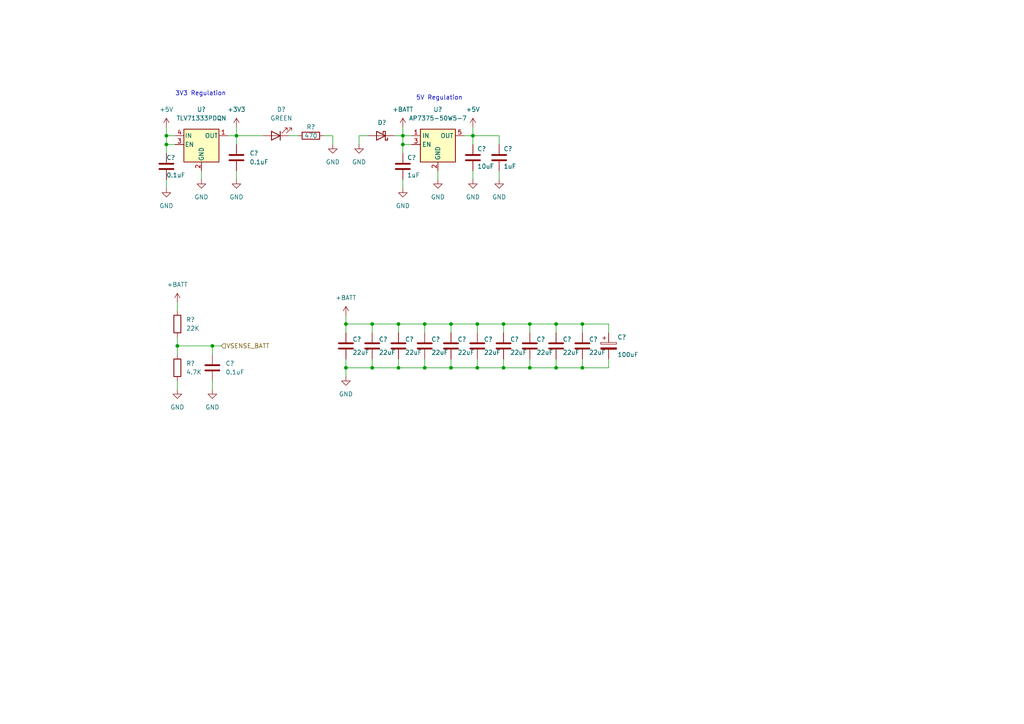
<source format=kicad_sch>
(kicad_sch (version 20211123) (generator eeschema)
  (paper "A4")
  (lib_symbols
    (symbol "AP7375:AP7375-50W5-7"
      (property "Reference" "U" (at 0 8.89 0))
      (property "Value" "AP7375-50W5-7" (at 0 6.35 0))
      (symbol "AP7375-50W5-7_0_1"
        (rectangle (start -5.08 4.445) (end 5.08 -5.08) (stroke (width 0.254)) (fill (type background)))
      )
      (symbol "AP7375-50W5-7_1_1"
        (pin power_in line (at -7.62 2.54 0) (length 2.54) (name "IN") (number "1"))
        (pin power_in line (at 0 -7.62 90) (length 2.54) (name "GND") (number "2"))
        (pin input line (at -7.62 0 0) (length 2.54) (name "EN") (number "3"))
        (pin power_out line (at 7.62 2.54 180) (length 2.54) (name "OUT") (number "5"))
      )
    )
    (symbol "Device:C" (pin_numbers hide) (pin_names (offset 0.254))
      (property "Reference" "C" (at 0.635 2.54 0))
      (property "Value" "C" (at 0.635 -2.54 0))
      (symbol "C_0_1"
        (polyline (pts (xy -2.032 -0.762) (xy 2.032 -0.762)) (stroke (width 0.508)))
        (polyline (pts (xy -2.032 0.762) (xy 2.032 0.762)) (stroke (width 0.508)))
      )
      (symbol "C_1_1"
        (pin passive line (at 0 3.81 270) (length 2.794) (name "~") (number "1"))
        (pin passive line (at 0 -3.81 90) (length 2.794) (name "~") (number "2"))
      )
    )
    (symbol "Device:C_Polarized" (pin_numbers hide) (pin_names (offset 0.254))
      (property "Reference" "C" (at 0.635 2.54 0))
      (property "Value" "C_Polarized" (at 0.635 -2.54 0))
      (symbol "C_Polarized_0_1"
        (rectangle (start -2.286 0.508) (end 2.286 1.016))
        (polyline (pts (xy -1.778 2.286) (xy -0.762 2.286)))
        (polyline (pts (xy -1.27 2.794) (xy -1.27 1.778)))
        (rectangle (start 2.286 -0.508) (end -2.286 -1.016) (fill (type outline)))
      )
      (symbol "C_Polarized_1_1"
        (pin passive line (at 0 3.81 270) (length 2.794) (name "~") (number "1"))
        (pin passive line (at 0 -3.81 90) (length 2.794) (name "~") (number "2"))
      )
    )
    (symbol "Device:D_Schottky" (pin_numbers hide) (pin_names (offset 1.016) hide)
      (property "Reference" "D" (at 0 2.54 0))
      (property "Value" "D_Schottky" (at 0 -2.54 0))
      (symbol "D_Schottky_0_1"
        (polyline (pts (xy 1.27 0) (xy -1.27 0)))
        (polyline (pts (xy 1.27 1.27) (xy 1.27 -1.27) (xy -1.27 0) (xy 1.27 1.27)) (stroke (width 0.254)))
        (polyline (pts (xy -1.905 0.635) (xy -1.905 1.27) (xy -1.27 1.27) (xy -1.27 -1.27) (xy -0.635 -1.27) (xy -0.635 -0.635)) (stroke (width 0.254)))
      )
      (symbol "D_Schottky_1_1"
        (pin passive line (at -3.81 0 0) (length 2.54) (name "K") (number "1"))
        (pin passive line (at 3.81 0 180) (length 2.54) (name "A") (number "2"))
      )
    )
    (symbol "Device:LED" (pin_numbers hide) (pin_names (offset 1.016) hide)
      (property "Reference" "D" (at 0 2.54 0))
      (property "Value" "LED" (at 0 -2.54 0))
      (symbol "LED_0_1"
        (polyline (pts (xy -1.27 -1.27) (xy -1.27 1.27)) (stroke (width 0.254)))
        (polyline (pts (xy -1.27 0) (xy 1.27 0)))
        (polyline (pts (xy 1.27 -1.27) (xy 1.27 1.27) (xy -1.27 0) (xy 1.27 -1.27)) (stroke (width 0.254)))
        (polyline (pts (xy -3.048 -0.762) (xy -4.572 -2.286) (xy -3.81 -2.286) (xy -4.572 -2.286) (xy -4.572 -1.524)))
        (polyline (pts (xy -1.778 -0.762) (xy -3.302 -2.286) (xy -2.54 -2.286) (xy -3.302 -2.286) (xy -3.302 -1.524)))
      )
      (symbol "LED_1_1"
        (pin passive line (at -3.81 0 0) (length 2.54) (name "K") (number "1"))
        (pin passive line (at 3.81 0 180) (length 2.54) (name "A") (number "2"))
      )
    )
    (symbol "Device:R" (pin_numbers hide) (pin_names (offset 0))
      (property "Reference" "R" (at 2.032 0 90))
      (property "Value" "R" (at 0 0 90))
      (symbol "R_0_1"
        (rectangle (start -1.016 -2.54) (end 1.016 2.54) (stroke (width 0.254)))
      )
      (symbol "R_1_1"
        (pin passive line (at 0 3.81 270) (length 1.27) (name "~") (number "1"))
        (pin passive line (at 0 -3.81 90) (length 1.27) (name "~") (number "2"))
      )
    )
    (symbol "TLV71333PDQ:TLV71333PDQN" (pin_names (offset 0.254))
      (property "Reference" "U" (at -3.81 5.715 0))
      (property "Value" "TLV71333PDQN" (at 0 5.715 0))
      (symbol "TLV71333PDQN_0_1"
        (rectangle (start -5.08 4.445) (end 5.08 -5.08) (stroke (width 0.254)) (fill (type background)))
      )
      (symbol "TLV71333PDQN_1_1"
        (pin power_out line (at 7.62 2.54 180) (length 2.54) (name "OUT") (number "1"))
        (pin power_in line (at 0 -7.62 90) (length 2.54) (name "GND") (number "2"))
        (pin input line (at -7.62 0 0) (length 2.54) (name "EN") (number "3"))
        (pin power_in line (at -7.62 2.54 0) (length 2.54) (name "IN") (number "4"))
        (pin power_in line (at 0 -7.62 90) (length 2.54) hide (name "GND") (number "5"))
      )
    )
    (symbol "power:+3V3" (power) (pin_names (offset 0))
      (property "Value" "+3V3" (at 0 3.556 0))
      (symbol "+3V3_0_1"
        (polyline (pts (xy -0.762 1.27) (xy 0 2.54)))
        (polyline (pts (xy 0 0) (xy 0 2.54)))
        (polyline (pts (xy 0 2.54) (xy 0.762 1.27)))
      )
      (symbol "+3V3_1_1"
        (pin power_in line (at 0 0 90) (length 0) hide (name "+3V3") (number "1"))
      )
    )
    (symbol "power:+5V" (power) (pin_names (offset 0))
      (property "Value" "+5V" (at 0 3.556 0))
      (symbol "+5V_0_1"
        (polyline (pts (xy -0.762 1.27) (xy 0 2.54)))
        (polyline (pts (xy 0 0) (xy 0 2.54)))
        (polyline (pts (xy 0 2.54) (xy 0.762 1.27)))
      )
      (symbol "+5V_1_1"
        (pin power_in line (at 0 0 90) (length 0) hide (name "+5V") (number "1"))
      )
    )
    (symbol "power:+BATT" (power) (pin_names (offset 0))
      (property "Value" "+BATT" (at 0 3.556 0))
      (symbol "+BATT_0_1"
        (polyline (pts (xy -0.762 1.27) (xy 0 2.54)))
        (polyline (pts (xy 0 0) (xy 0 2.54)))
        (polyline (pts (xy 0 2.54) (xy 0.762 1.27)))
      )
      (symbol "+BATT_1_1"
        (pin power_in line (at 0 0 90) (length 0) hide (name "+BATT") (number "1"))
      )
    )
    (symbol "power:GND" (power) (pin_names (offset 0))
      (property "Value" "GND" (at 0 -3.81 0))
      (symbol "GND_0_1"
        (polyline (pts (xy 0 0) (xy 0 -1.27) (xy 1.27 -1.27) (xy 0 -2.54) (xy -1.27 -1.27) (xy 0 -1.27)))
      )
      (symbol "GND_1_1"
        (pin power_in line (at 0 0 270) (length 0) hide (name "GND") (number "1"))
      )
    )
  )
  (junction (at 138.43 106.68))
  (junction (at 68.58 39.37))
  (junction (at 107.95 93.98))
  (junction (at 161.29 106.68))
  (junction (at 123.19 106.68))
  (junction (at 146.05 106.68))
  (junction (at 123.19 93.98))
  (junction (at 116.84 41.91))
  (junction (at 115.57 106.68))
  (junction (at 168.91 106.68))
  (junction (at 116.84 39.37))
  (junction (at 137.16 39.37))
  (junction (at 130.81 106.68))
  (junction (at 168.91 93.98))
  (junction (at 153.67 93.98))
  (junction (at 48.26 39.37))
  (junction (at 130.81 93.98))
  (junction (at 100.33 93.98))
  (junction (at 48.26 41.91))
  (junction (at 161.29 93.98))
  (junction (at 61.595 100.33))
  (junction (at 107.95 106.68))
  (junction (at 138.43 93.98))
  (junction (at 100.33 106.68))
  (junction (at 146.05 93.98))
  (junction (at 153.67 106.68))
  (junction (at 51.435 100.33))
  (junction (at 115.57 93.98))
  (wire (pts (xy 168.91 93.98) (xy 161.29 93.98)))
  (wire (pts (xy 83.82 39.37) (xy 86.36 39.37)))
  (wire (pts (xy 168.91 93.98) (xy 176.53 93.98)))
  (wire (pts (xy 68.58 39.37) (xy 68.58 41.91)))
  (wire (pts (xy 137.16 36.83) (xy 137.16 39.37)))
  (wire (pts (xy 176.53 106.68) (xy 168.91 106.68)))
  (wire (pts (xy 123.19 93.98) (xy 123.19 96.52)))
  (wire (pts (xy 104.14 39.37) (xy 106.68 39.37)))
  (wire (pts (xy 48.26 36.83) (xy 48.26 39.37)))
  (wire (pts (xy 123.19 106.68) (xy 123.19 104.14)))
  (wire (pts (xy 107.95 93.98) (xy 115.57 93.98)))
  (wire (pts (xy 130.81 106.68) (xy 138.43 106.68)))
  (wire (pts (xy 137.16 49.53) (xy 137.16 52.07)))
  (wire (pts (xy 153.67 93.98) (xy 161.29 93.98)))
  (wire (pts (xy 144.78 39.37) (xy 144.78 41.91)))
  (wire (pts (xy 138.43 93.98) (xy 146.05 93.98)))
  (wire (pts (xy 48.26 41.91) (xy 50.8 41.91)))
  (wire (pts (xy 68.58 36.83) (xy 68.58 39.37)))
  (wire (pts (xy 144.78 49.53) (xy 144.78 52.07)))
  (wire (pts (xy 100.33 106.68) (xy 100.33 109.22)))
  (wire (pts (xy 130.81 93.98) (xy 138.43 93.98)))
  (wire (pts (xy 123.19 93.98) (xy 130.81 93.98)))
  (wire (pts (xy 146.05 106.68) (xy 153.67 106.68)))
  (wire (pts (xy 161.29 106.68) (xy 161.29 104.14)))
  (wire (pts (xy 176.53 104.14) (xy 176.53 106.68)))
  (wire (pts (xy 168.91 104.14) (xy 168.91 106.68)))
  (wire (pts (xy 68.58 49.53) (xy 68.58 52.07)))
  (wire (pts (xy 107.95 106.68) (xy 115.57 106.68)))
  (wire (pts (xy 96.52 39.37) (xy 93.98 39.37)))
  (wire (pts (xy 138.43 106.68) (xy 146.05 106.68)))
  (wire (pts (xy 153.67 106.68) (xy 153.67 104.14)))
  (wire (pts (xy 153.67 106.68) (xy 161.29 106.68)))
  (wire (pts (xy 100.33 93.98) (xy 107.95 93.98)))
  (wire (pts (xy 100.33 91.44) (xy 100.33 93.98)))
  (wire (pts (xy 61.595 100.33) (xy 64.135 100.33)))
  (wire (pts (xy 161.29 93.98) (xy 161.29 96.52)))
  (wire (pts (xy 51.435 87.63) (xy 51.435 90.17)))
  (wire (pts (xy 100.33 106.68) (xy 107.95 106.68)))
  (wire (pts (xy 51.435 110.49) (xy 51.435 113.03)))
  (wire (pts (xy 61.595 100.33) (xy 51.435 100.33)))
  (wire (pts (xy 61.595 102.87) (xy 61.595 100.33)))
  (wire (pts (xy 127 49.53) (xy 127 52.07)))
  (wire (pts (xy 114.3 39.37) (xy 116.84 39.37)))
  (wire (pts (xy 51.435 100.33) (xy 51.435 102.87)))
  (wire (pts (xy 137.16 39.37) (xy 144.78 39.37)))
  (wire (pts (xy 107.95 106.68) (xy 107.95 104.14)))
  (wire (pts (xy 100.33 93.98) (xy 100.33 96.52)))
  (wire (pts (xy 51.435 97.79) (xy 51.435 100.33)))
  (wire (pts (xy 116.84 52.07) (xy 116.84 54.61)))
  (wire (pts (xy 116.84 39.37) (xy 119.38 39.37)))
  (wire (pts (xy 168.91 96.52) (xy 168.91 93.98)))
  (wire (pts (xy 100.33 104.14) (xy 100.33 106.68)))
  (wire (pts (xy 138.43 93.98) (xy 138.43 96.52)))
  (wire (pts (xy 138.43 106.68) (xy 138.43 104.14)))
  (wire (pts (xy 146.05 93.98) (xy 153.67 93.98)))
  (wire (pts (xy 153.67 93.98) (xy 153.67 96.52)))
  (wire (pts (xy 176.53 93.98) (xy 176.53 96.52)))
  (wire (pts (xy 61.595 110.49) (xy 61.595 113.03)))
  (wire (pts (xy 115.57 93.98) (xy 123.19 93.98)))
  (wire (pts (xy 48.26 52.07) (xy 48.26 54.61)))
  (wire (pts (xy 96.52 41.91) (xy 96.52 39.37)))
  (wire (pts (xy 146.05 93.98) (xy 146.05 96.52)))
  (wire (pts (xy 116.84 36.83) (xy 116.84 39.37)))
  (wire (pts (xy 116.84 41.91) (xy 116.84 44.45)))
  (wire (pts (xy 48.26 39.37) (xy 48.26 41.91)))
  (wire (pts (xy 48.26 39.37) (xy 50.8 39.37)))
  (wire (pts (xy 137.16 39.37) (xy 137.16 41.91)))
  (wire (pts (xy 130.81 106.68) (xy 130.81 104.14)))
  (wire (pts (xy 116.84 39.37) (xy 116.84 41.91)))
  (wire (pts (xy 58.42 49.53) (xy 58.42 52.07)))
  (wire (pts (xy 123.19 106.68) (xy 130.81 106.68)))
  (wire (pts (xy 107.95 93.98) (xy 107.95 96.52)))
  (wire (pts (xy 146.05 106.68) (xy 146.05 104.14)))
  (wire (pts (xy 115.57 93.98) (xy 115.57 96.52)))
  (wire (pts (xy 66.04 39.37) (xy 68.58 39.37)))
  (wire (pts (xy 115.57 106.68) (xy 123.19 106.68)))
  (wire (pts (xy 104.14 41.91) (xy 104.14 39.37)))
  (wire (pts (xy 115.57 106.68) (xy 115.57 104.14)))
  (wire (pts (xy 48.26 44.45) (xy 48.26 41.91)))
  (wire (pts (xy 68.58 39.37) (xy 76.2 39.37)))
  (wire (pts (xy 134.62 39.37) (xy 137.16 39.37)))
  (wire (pts (xy 161.29 106.68) (xy 168.91 106.68)))
  (wire (pts (xy 116.84 41.91) (xy 119.38 41.91)))
  (wire (pts (xy 130.81 93.98) (xy 130.81 96.52)))
  (text "3V3 Regulation" (at 50.8 27.94 0) (effects (font (size 1.27 1.27)) (justify left bottom)))
  (text "5V Regulation" (at 120.65 29.21 0) (effects (font (size 1.27 1.27)) (justify left bottom)))
  (hierarchical_label "VSENSE_BATT" (shape input) (at 64.135 100.33 0))
  (symbol (lib_id "Device:C") (at 61.595 106.68 0) (unit 1)
    (property "Reference" "C?" (at 65.405 105.4099 0) (effects (justify left)))
    (property "Value" "0.1uF" (at 65.405 107.9499 0) (effects (justify left)))
  )
  (symbol (lib_id "Device:D_Schottky") (at 110.49 39.37 180) (unit 1)
    (property "Reference" "D?" (at 110.8075 35.56 0))
    (property "Value" "D_Schottky" (effects hide))
  )
  (symbol (lib_id "power:GND") (at 100.33 109.22 0) (unit 1)
    (property "Reference" "#PWR?" (effects hide))
    (property "Value" "GND" (at 100.33 114.3 0))
  )
  (symbol (lib_id "power:GND") (at 144.78 52.07 0) (unit 1)
    (property "Reference" "#PWR?" (effects hide))
    (property "Value" "GND" (at 144.78 57.15 0))
  )
  (symbol (lib_id "Device:C") (at 153.67 100.33 0) (unit 1)
    (property "Reference" "C?" (at 155.575 98.425 0) (effects (justify left)))
    (property "Value" "22uF" (at 155.575 102.235 0) (effects (justify left)))
  )
  (symbol (lib_id "Device:C") (at 123.19 100.33 0) (unit 1)
    (property "Reference" "C?" (at 125.095 98.425 0) (effects (justify left)))
    (property "Value" "22uF" (at 125.095 102.235 0) (effects (justify left)))
  )
  (symbol (lib_id "power:GND") (at 58.42 52.07 0) (unit 1)
    (property "Reference" "#PWR?" (effects hide))
    (property "Value" "GND" (at 58.42 57.15 0))
  )
  (symbol (lib_id "Device:C") (at 48.26 48.26 0) (unit 1)
    (property "Reference" "C?" (at 48.26 45.72 0) (effects (justify left)))
    (property "Value" "0.1uF" (at 48.26 50.8 0) (effects (justify left)))
    (property "Footprint" "Capacitor_SMD:C_0603_1608Metric" (effects hide))
  )
  (symbol (lib_id "power:GND") (at 116.84 54.61 0) (unit 1)
    (property "Reference" "#PWR?" (effects hide))
    (property "Value" "GND" (at 116.84 59.69 0))
  )
  (symbol (lib_id "Device:C") (at 130.81 100.33 0) (unit 1)
    (property "Reference" "C?" (at 132.715 98.425 0) (effects (justify left)))
    (property "Value" "22uF" (at 132.715 102.235 0) (effects (justify left)))
  )
  (symbol (lib_id "Device:C_Polarized") (at 176.53 100.33 0) (unit 1)
    (property "Reference" "C?" (at 179.07 97.79 0) (effects (justify left)))
    (property "Value" "100uF" (at 179.07 102.87 0) (effects (justify left)))
  )
  (symbol (lib_id "Device:C") (at 116.84 48.26 0) (unit 1)
    (property "Reference" "C?" (at 118.11 45.72 0) (effects (justify left)))
    (property "Value" "1uF" (at 118.11 50.8 0) (effects (justify left)))
  )
  (symbol (lib_id "Device:C") (at 100.33 100.33 0) (unit 1)
    (property "Reference" "C?" (at 102.235 98.425 0) (effects (justify left)))
    (property "Value" "22uF" (at 102.235 102.235 0) (effects (justify left)))
  )
  (symbol (lib_id "Device:LED") (at 80.01 39.37 180) (unit 1)
    (property "Reference" "D?" (at 81.5975 31.75 0))
    (property "Value" "GREEN" (at 81.5975 34.29 0))
    (property "Footprint" "LED_SMD:LED_0402_1005Metric" (effects hide))
    (property "Part" "QBLP595-IG" (effects hide))
  )
  (symbol (lib_id "power:GND") (at 137.16 52.07 0) (unit 1)
    (property "Reference" "#PWR?" (effects hide))
    (property "Value" "GND" (at 137.16 57.15 0))
  )
  (symbol (lib_id "Device:C") (at 137.16 45.72 0) (unit 1)
    (property "Reference" "C?" (at 138.43 43.18 0) (effects (justify left)))
    (property "Value" "10uF" (at 138.43 48.26 0) (effects (justify left)))
  )
  (symbol (lib_id "Device:C") (at 146.05 100.33 0) (unit 1)
    (property "Reference" "C?" (at 147.955 98.425 0) (effects (justify left)))
    (property "Value" "22uF" (at 147.955 102.235 0) (effects (justify left)))
  )
  (symbol (lib_id "power:GND") (at 104.14 41.91 0) (unit 1)
    (property "Reference" "#PWR?" (effects hide))
    (property "Value" "GND" (at 104.14 46.99 0))
  )
  (symbol (lib_id "Device:R") (at 51.435 106.68 0) (unit 1)
    (property "Reference" "R?" (at 53.975 105.4099 0) (effects (justify left)))
    (property "Value" "4.7K" (at 53.975 107.9499 0) (effects (justify left)))
  )
  (symbol (lib_id "power:+5V") (at 137.16 36.83 0) (unit 1)
    (property "Reference" "#PWR?" (effects hide))
    (property "Value" "+5V" (at 137.16 31.75 0))
  )
  (symbol (lib_id "power:GND") (at 96.52 41.91 0) (unit 1)
    (property "Reference" "#PWR?" (effects hide))
    (property "Value" "~" (at 96.52 46.99 0))
  )
  (symbol (lib_id "power:GND") (at 61.595 113.03 0) (unit 1)
    (property "Reference" "#PWR?" (effects hide))
    (property "Value" "GND" (at 61.595 118.11 0))
  )
  (symbol (lib_id "Device:R") (at 90.17 39.37 90) (unit 1)
    (property "Reference" "R?" (at 90.17 36.83 90))
    (property "Value" "470" (at 90.17 39.37 90))
    (property "Footprint" "Resistor_SMD:R_0402_1005Metric" (effects hide))
  )
  (symbol (lib_id "Device:C") (at 161.29 100.33 0) (unit 1)
    (property "Reference" "C?" (at 163.195 98.425 0) (effects (justify left)))
    (property "Value" "22uF" (at 163.195 102.235 0) (effects (justify left)))
  )
  (symbol (lib_id "Device:C") (at 168.91 100.33 0) (unit 1)
    (property "Reference" "C?" (at 170.815 98.425 0) (effects (justify left)))
    (property "Value" "22uF" (at 170.815 102.235 0) (effects (justify left)))
  )
  (symbol (lib_id "TLV71333PDQ:TLV71333PDQN") (at 58.42 41.91 0) (unit 1)
    (property "Reference" "U?" (at 58.42 31.75 0))
    (property "Value" "TLV71333PDQN" (at 58.42 34.29 0))
    (property "Footprint" "Package_SON:Texas_X2SON-4_1x1mm_P0.65mm" (effects hide))
    (property "Datasheet" "http://www.ti.com/lit/ds/symlink/tlv713p.pdf" (effects hide))
  )
  (symbol (lib_id "Device:C") (at 138.43 100.33 0) (unit 1)
    (property "Reference" "C?" (at 140.335 98.425 0) (effects (justify left)))
    (property "Value" "22uF" (at 140.335 102.235 0) (effects (justify left)))
  )
  (symbol (lib_id "power:GND") (at 51.435 113.03 0) (unit 1)
    (property "Reference" "#PWR?" (effects hide))
    (property "Value" "GND" (at 51.435 118.11 0))
  )
  (symbol (lib_id "power:GND") (at 48.26 54.61 0) (unit 1)
    (property "Reference" "#PWR?" (effects hide))
    (property "Value" "GND" (at 48.26 59.69 0))
  )
  (symbol (lib_id "power:GND") (at 68.58 52.07 0) (unit 1)
    (property "Reference" "#PWR?" (effects hide))
    (property "Value" "GND" (at 68.58 57.15 0))
  )
  (symbol (lib_id "power:+BATT") (at 51.435 87.63 0) (unit 1)
    (property "Reference" "#PWR?" (effects hide))
    (property "Value" "+BATT" (at 51.435 82.55 0))
  )
  (symbol (lib_id "Device:C") (at 107.95 100.33 0) (unit 1)
    (property "Reference" "C?" (at 109.855 98.425 0) (effects (justify left)))
    (property "Value" "22uF" (at 109.855 102.235 0) (effects (justify left)))
  )
  (symbol (lib_id "Device:C") (at 68.58 45.72 0) (unit 1)
    (property "Reference" "C?" (at 72.39 44.4499 0) (effects (justify left)))
    (property "Value" "0.1uF" (at 72.39 46.9899 0) (effects (justify left)))
    (property "Footprint" "Capacitor_SMD:C_0603_1608Metric" (effects hide))
  )
  (symbol (lib_id "power:+BATT") (at 116.84 36.83 0) (unit 1)
    (property "Reference" "#PWR?" (effects hide))
    (property "Value" "+BATT" (at 116.84 31.75 0))
  )
  (symbol (lib_id "Device:C") (at 115.57 100.33 0) (unit 1)
    (property "Reference" "C?" (at 117.475 98.425 0) (effects (justify left)))
    (property "Value" "22uF" (at 117.475 102.235 0) (effects (justify left)))
  )
  (symbol (lib_id "Device:C") (at 144.78 45.72 0) (unit 1)
    (property "Reference" "C?" (at 146.05 43.18 0) (effects (justify left)))
    (property "Value" "1uF" (at 146.05 48.26 0) (effects (justify left)))
  )
  (symbol (lib_id "power:GND") (at 127 52.07 0) (unit 1)
    (property "Reference" "#PWR?" (effects hide))
    (property "Value" "GND" (at 127 57.15 0))
  )
  (symbol (lib_id "AP7375:AP7375-50W5-7") (at 127 41.91 0) (unit 1)
    (property "Reference" "U?" (at 127 31.75 0))
    (property "Value" "AP7375-50W5-7" (at 127 34.29 0))
  )
  (symbol (lib_id "power:+5V") (at 48.26 36.83 0) (unit 1)
    (property "Reference" "#PWR?" (effects hide))
    (property "Value" "+5V" (at 48.26 31.75 0))
  )
  (symbol (lib_id "power:+BATT") (at 100.33 91.44 0) (unit 1)
    (property "Reference" "#PWR?" (effects hide))
    (property "Value" "+BATT" (at 100.33 86.36 0))
  )
  (symbol (lib_id "power:+3V3") (at 68.58 36.83 0) (unit 1)
    (property "Reference" "#PWR?" (effects hide))
    (property "Value" "+3V3" (at 68.58 31.75 0))
  )
  (symbol (lib_id "Device:R") (at 51.435 93.98 0) (unit 1)
    (property "Reference" "R?" (at 53.975 92.7099 0) (effects (justify left)))
    (property "Value" "22K" (at 53.975 95.2499 0) (effects (justify left)))
  )
)
</source>
